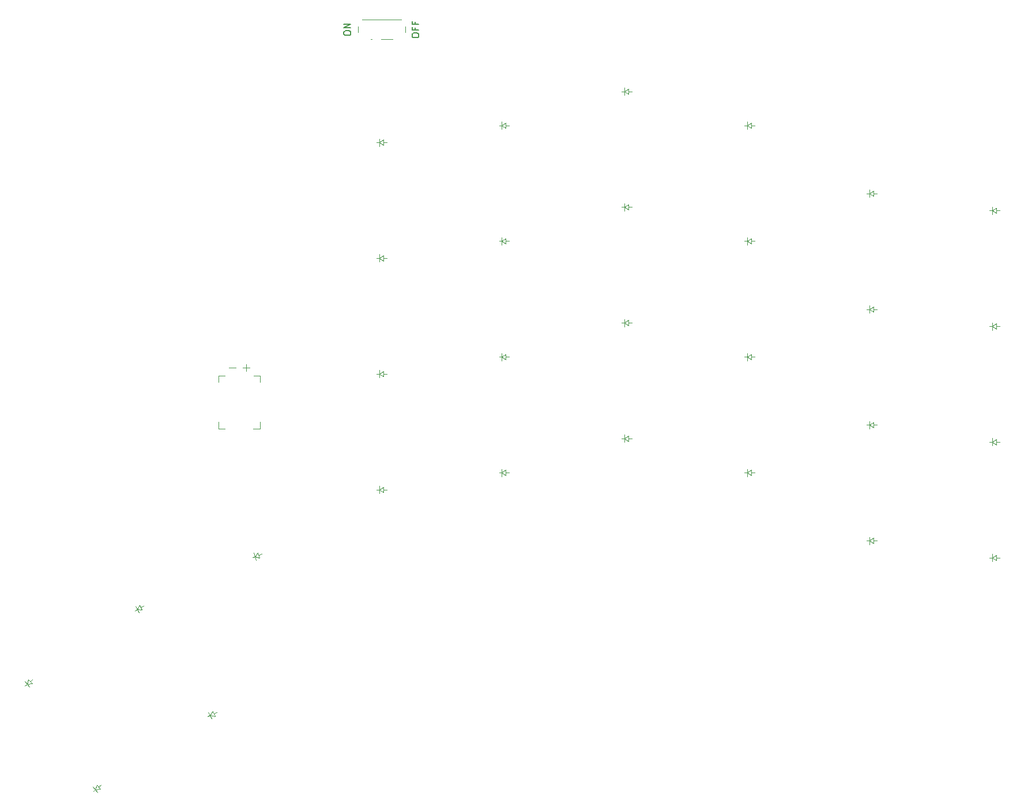
<source format=gbr>
%TF.GenerationSoftware,KiCad,Pcbnew,8.0.6*%
%TF.CreationDate,2025-01-31T15:21:25+01:00*%
%TF.ProjectId,sleepy58,736c6565-7079-4353-982e-6b696361645f,v1.0.0*%
%TF.SameCoordinates,Original*%
%TF.FileFunction,Legend,Top*%
%TF.FilePolarity,Positive*%
%FSLAX46Y46*%
G04 Gerber Fmt 4.6, Leading zero omitted, Abs format (unit mm)*
G04 Created by KiCad (PCBNEW 8.0.6) date 2025-01-31 15:21:25*
%MOMM*%
%LPD*%
G01*
G04 APERTURE LIST*
%ADD10C,0.150000*%
%ADD11C,0.100000*%
%ADD12C,0.120000*%
G04 APERTURE END LIST*
D10*
X104454819Y-38362380D02*
X104454819Y-38171904D01*
X104454819Y-38171904D02*
X104502438Y-38076666D01*
X104502438Y-38076666D02*
X104597676Y-37981428D01*
X104597676Y-37981428D02*
X104788152Y-37933809D01*
X104788152Y-37933809D02*
X105121485Y-37933809D01*
X105121485Y-37933809D02*
X105311961Y-37981428D01*
X105311961Y-37981428D02*
X105407200Y-38076666D01*
X105407200Y-38076666D02*
X105454819Y-38171904D01*
X105454819Y-38171904D02*
X105454819Y-38362380D01*
X105454819Y-38362380D02*
X105407200Y-38457618D01*
X105407200Y-38457618D02*
X105311961Y-38552856D01*
X105311961Y-38552856D02*
X105121485Y-38600475D01*
X105121485Y-38600475D02*
X104788152Y-38600475D01*
X104788152Y-38600475D02*
X104597676Y-38552856D01*
X104597676Y-38552856D02*
X104502438Y-38457618D01*
X104502438Y-38457618D02*
X104454819Y-38362380D01*
X104931009Y-37171904D02*
X104931009Y-37505237D01*
X105454819Y-37505237D02*
X104454819Y-37505237D01*
X104454819Y-37505237D02*
X104454819Y-37029047D01*
X104931009Y-36314761D02*
X104931009Y-36648094D01*
X105454819Y-36648094D02*
X104454819Y-36648094D01*
X104454819Y-36648094D02*
X104454819Y-36171904D01*
X94454819Y-38029047D02*
X94454819Y-37838571D01*
X94454819Y-37838571D02*
X94502438Y-37743333D01*
X94502438Y-37743333D02*
X94597676Y-37648095D01*
X94597676Y-37648095D02*
X94788152Y-37600476D01*
X94788152Y-37600476D02*
X95121485Y-37600476D01*
X95121485Y-37600476D02*
X95311961Y-37648095D01*
X95311961Y-37648095D02*
X95407200Y-37743333D01*
X95407200Y-37743333D02*
X95454819Y-37838571D01*
X95454819Y-37838571D02*
X95454819Y-38029047D01*
X95454819Y-38029047D02*
X95407200Y-38124285D01*
X95407200Y-38124285D02*
X95311961Y-38219523D01*
X95311961Y-38219523D02*
X95121485Y-38267142D01*
X95121485Y-38267142D02*
X94788152Y-38267142D01*
X94788152Y-38267142D02*
X94597676Y-38219523D01*
X94597676Y-38219523D02*
X94502438Y-38124285D01*
X94502438Y-38124285D02*
X94454819Y-38029047D01*
X95454819Y-37171904D02*
X94454819Y-37171904D01*
X94454819Y-37171904D02*
X95454819Y-36600476D01*
X95454819Y-36600476D02*
X94454819Y-36600476D01*
D11*
%TO.C,D1*%
X99250000Y-105000000D02*
X99650000Y-105000000D01*
X99650000Y-105000000D02*
X99650000Y-104450000D01*
X99650000Y-105000000D02*
X99650000Y-105550000D01*
X99650000Y-105000000D02*
X100250000Y-104600000D01*
X100250000Y-104600000D02*
X100250000Y-105400000D01*
X100250000Y-105000000D02*
X100750000Y-105000000D01*
X100250000Y-105400000D02*
X99650000Y-105000000D01*
%TO.C,D21*%
X189250000Y-115000000D02*
X189650000Y-115000000D01*
X189650000Y-115000000D02*
X189650000Y-114450000D01*
X189650000Y-115000000D02*
X189650000Y-115550000D01*
X189650000Y-115000000D02*
X190250000Y-114600000D01*
X190250000Y-114600000D02*
X190250000Y-115400000D01*
X190250000Y-115000000D02*
X190750000Y-115000000D01*
X190250000Y-115400000D02*
X189650000Y-115000000D01*
%TO.C,D29*%
X57639367Y-149312291D02*
X57945784Y-149055176D01*
X57945784Y-149055176D02*
X57592251Y-148633851D01*
X57945784Y-149055176D02*
X58148296Y-148363085D01*
X57945784Y-149055176D02*
X58299318Y-149476500D01*
X58148296Y-148363085D02*
X58662526Y-148975921D01*
X58405411Y-148669503D02*
X58788433Y-148348109D01*
X58662526Y-148975921D02*
X57945784Y-149055176D01*
%TO.C,D2*%
X99250000Y-88000000D02*
X99650000Y-88000000D01*
X99650000Y-88000000D02*
X99650000Y-87450000D01*
X99650000Y-88000000D02*
X99650000Y-88550000D01*
X99650000Y-88000000D02*
X100250000Y-87600000D01*
X100250000Y-87600000D02*
X100250000Y-88400000D01*
X100250000Y-88000000D02*
X100750000Y-88000000D01*
X100250000Y-88400000D02*
X99650000Y-88000000D01*
%TO.C,D14*%
X153250000Y-85500000D02*
X153650000Y-85500000D01*
X153650000Y-85500000D02*
X153650000Y-84950000D01*
X153650000Y-85500000D02*
X153650000Y-86050000D01*
X153650000Y-85500000D02*
X154250000Y-85100000D01*
X154250000Y-85100000D02*
X154250000Y-85900000D01*
X154250000Y-85500000D02*
X154750000Y-85500000D01*
X154250000Y-85900000D02*
X153650000Y-85500000D01*
%TO.C,D6*%
X117250000Y-85500000D02*
X117650000Y-85500000D01*
X117650000Y-85500000D02*
X117650000Y-84950000D01*
X117650000Y-85500000D02*
X117650000Y-86050000D01*
X117650000Y-85500000D02*
X118250000Y-85100000D01*
X118250000Y-85100000D02*
X118250000Y-85900000D01*
X118250000Y-85500000D02*
X118750000Y-85500000D01*
X118250000Y-85900000D02*
X117650000Y-85500000D01*
%TO.C,D9*%
X135250000Y-97500000D02*
X135650000Y-97500000D01*
X135650000Y-97500000D02*
X135650000Y-96950000D01*
X135650000Y-97500000D02*
X135650000Y-98050000D01*
X135650000Y-97500000D02*
X136250000Y-97100000D01*
X136250000Y-97100000D02*
X136250000Y-97900000D01*
X136250000Y-97500000D02*
X136750000Y-97500000D01*
X136250000Y-97900000D02*
X135650000Y-97500000D01*
%TO.C,D8*%
X117250000Y-51500000D02*
X117650000Y-51500000D01*
X117650000Y-51500000D02*
X117650000Y-50950000D01*
X117650000Y-51500000D02*
X117650000Y-52050000D01*
X117650000Y-51500000D02*
X118250000Y-51100000D01*
X118250000Y-51100000D02*
X118250000Y-51900000D01*
X118250000Y-51500000D02*
X118750000Y-51500000D01*
X118250000Y-51900000D02*
X117650000Y-51500000D01*
%TO.C,D25*%
X81005331Y-114955015D02*
X81381208Y-114818207D01*
X81381208Y-114818207D02*
X81193097Y-114301376D01*
X81381208Y-114818207D02*
X81569319Y-115335038D01*
X81381208Y-114818207D02*
X81808215Y-114237118D01*
X81808215Y-114237118D02*
X82081831Y-114988872D01*
X81945023Y-114612995D02*
X82414869Y-114441985D01*
X82081831Y-114988872D02*
X81381208Y-114818207D01*
%TO.C,D26*%
X63750481Y-122805100D02*
X64096891Y-122605100D01*
X64096891Y-122605100D02*
X63821891Y-122128786D01*
X64096891Y-122605100D02*
X64371891Y-123081414D01*
X64096891Y-122605100D02*
X64416506Y-121958690D01*
X64416506Y-121958690D02*
X64816506Y-122651510D01*
X64616506Y-122305100D02*
X65049519Y-122055100D01*
X64816506Y-122651510D02*
X64096891Y-122605100D01*
%TO.C,D5*%
X117250000Y-102500000D02*
X117650000Y-102500000D01*
X117650000Y-102500000D02*
X117650000Y-101950000D01*
X117650000Y-102500000D02*
X117650000Y-103050000D01*
X117650000Y-102500000D02*
X118250000Y-102100000D01*
X118250000Y-102100000D02*
X118250000Y-102900000D01*
X118250000Y-102500000D02*
X118750000Y-102500000D01*
X118250000Y-102900000D02*
X117650000Y-102500000D01*
%TO.C,D12*%
X135250000Y-46500000D02*
X135650000Y-46500000D01*
X135650000Y-46500000D02*
X135650000Y-45950000D01*
X135650000Y-46500000D02*
X135650000Y-47050000D01*
X135650000Y-46500000D02*
X136250000Y-46100000D01*
X136250000Y-46100000D02*
X136250000Y-46900000D01*
X136250000Y-46500000D02*
X136750000Y-46500000D01*
X136250000Y-46900000D02*
X135650000Y-46500000D01*
%TO.C,D23*%
X189250000Y-81000000D02*
X189650000Y-81000000D01*
X189650000Y-81000000D02*
X189650000Y-80450000D01*
X189650000Y-81000000D02*
X189650000Y-81550000D01*
X189650000Y-81000000D02*
X190250000Y-80600000D01*
X190250000Y-80600000D02*
X190250000Y-81400000D01*
X190250000Y-81000000D02*
X190750000Y-81000000D01*
X190250000Y-81400000D02*
X189650000Y-81000000D01*
%TO.C,D4*%
X99250000Y-54000000D02*
X99650000Y-54000000D01*
X99650000Y-54000000D02*
X99650000Y-53450000D01*
X99650000Y-54000000D02*
X99650000Y-54550000D01*
X99650000Y-54000000D02*
X100250000Y-53600000D01*
X100250000Y-53600000D02*
X100250000Y-54400000D01*
X100250000Y-54000000D02*
X100750000Y-54000000D01*
X100250000Y-54400000D02*
X99650000Y-54000000D01*
%TO.C,D27*%
X47639367Y-133812291D02*
X47945784Y-133555176D01*
X47945784Y-133555176D02*
X47592251Y-133133851D01*
X47945784Y-133555176D02*
X48148296Y-132863085D01*
X47945784Y-133555176D02*
X48299318Y-133976500D01*
X48148296Y-132863085D02*
X48662526Y-133475921D01*
X48405411Y-133169503D02*
X48788433Y-132848109D01*
X48662526Y-133475921D02*
X47945784Y-133555176D01*
%TO.C,D15*%
X153250000Y-68500000D02*
X153650000Y-68500000D01*
X153650000Y-68500000D02*
X153650000Y-67950000D01*
X153650000Y-68500000D02*
X153650000Y-69050000D01*
X153650000Y-68500000D02*
X154250000Y-68100000D01*
X154250000Y-68100000D02*
X154250000Y-68900000D01*
X154250000Y-68500000D02*
X154750000Y-68500000D01*
X154250000Y-68900000D02*
X153650000Y-68500000D01*
%TO.C,D17*%
X171250000Y-112500000D02*
X171650000Y-112500000D01*
X171650000Y-112500000D02*
X171650000Y-111950000D01*
X171650000Y-112500000D02*
X171650000Y-113050000D01*
X171650000Y-112500000D02*
X172250000Y-112100000D01*
X172250000Y-112100000D02*
X172250000Y-112900000D01*
X172250000Y-112500000D02*
X172750000Y-112500000D01*
X172250000Y-112900000D02*
X171650000Y-112500000D01*
D12*
%TO.C,JST1*%
X76040000Y-88240000D02*
X76040000Y-89240000D01*
X76040000Y-96060000D02*
X76040000Y-95060000D01*
X76960000Y-88240000D02*
X76040000Y-88240000D01*
X76960000Y-96060000D02*
X76040000Y-96060000D01*
D11*
X78600000Y-87100000D02*
X77600000Y-87100000D01*
X79600000Y-87100000D02*
X80600000Y-87100000D01*
X80100000Y-87600000D02*
X80100000Y-86600000D01*
D12*
X81160000Y-96060000D02*
X82160000Y-96060000D01*
X81240000Y-88240000D02*
X82160000Y-88240000D01*
X82160000Y-88240000D02*
X82160000Y-89240000D01*
X82160000Y-96060000D02*
X82160000Y-95060000D01*
D11*
%TO.C,D22*%
X189250000Y-98000000D02*
X189650000Y-98000000D01*
X189650000Y-98000000D02*
X189650000Y-97450000D01*
X189650000Y-98000000D02*
X189650000Y-98550000D01*
X189650000Y-98000000D02*
X190250000Y-97600000D01*
X190250000Y-97600000D02*
X190250000Y-98400000D01*
X190250000Y-98000000D02*
X190750000Y-98000000D01*
X190250000Y-98400000D02*
X189650000Y-98000000D01*
%TO.C,D7*%
X117250000Y-68500000D02*
X117650000Y-68500000D01*
X117650000Y-68500000D02*
X117650000Y-67950000D01*
X117650000Y-68500000D02*
X117650000Y-69050000D01*
X117650000Y-68500000D02*
X118250000Y-68100000D01*
X118250000Y-68100000D02*
X118250000Y-68900000D01*
X118250000Y-68500000D02*
X118750000Y-68500000D01*
X118250000Y-68900000D02*
X117650000Y-68500000D01*
%TO.C,D20*%
X171250000Y-61500000D02*
X171650000Y-61500000D01*
X171650000Y-61500000D02*
X171650000Y-60950000D01*
X171650000Y-61500000D02*
X171650000Y-62050000D01*
X171650000Y-61500000D02*
X172250000Y-61100000D01*
X172250000Y-61100000D02*
X172250000Y-61900000D01*
X172250000Y-61500000D02*
X172750000Y-61500000D01*
X172250000Y-61900000D02*
X171650000Y-61500000D01*
%TO.C,D10*%
X135250000Y-80500000D02*
X135650000Y-80500000D01*
X135650000Y-80500000D02*
X135650000Y-79950000D01*
X135650000Y-80500000D02*
X135650000Y-81050000D01*
X135650000Y-80500000D02*
X136250000Y-80100000D01*
X136250000Y-80100000D02*
X136250000Y-80900000D01*
X136250000Y-80500000D02*
X136750000Y-80500000D01*
X136250000Y-80900000D02*
X135650000Y-80500000D01*
%TO.C,D3*%
X99250000Y-71000000D02*
X99650000Y-71000000D01*
X99650000Y-71000000D02*
X99650000Y-70450000D01*
X99650000Y-71000000D02*
X99650000Y-71550000D01*
X99650000Y-71000000D02*
X100250000Y-70600000D01*
X100250000Y-70600000D02*
X100250000Y-71400000D01*
X100250000Y-71000000D02*
X100750000Y-71000000D01*
X100250000Y-71400000D02*
X99650000Y-71000000D01*
%TO.C,D11*%
X135250000Y-63500000D02*
X135650000Y-63500000D01*
X135650000Y-63500000D02*
X135650000Y-62950000D01*
X135650000Y-63500000D02*
X135650000Y-64050000D01*
X135650000Y-63500000D02*
X136250000Y-63100000D01*
X136250000Y-63100000D02*
X136250000Y-63900000D01*
X136250000Y-63500000D02*
X136750000Y-63500000D01*
X136250000Y-63900000D02*
X135650000Y-63500000D01*
%TO.C,D16*%
X153250000Y-51500000D02*
X153650000Y-51500000D01*
X153650000Y-51500000D02*
X153650000Y-50950000D01*
X153650000Y-51500000D02*
X153650000Y-52050000D01*
X153650000Y-51500000D02*
X154250000Y-51100000D01*
X154250000Y-51100000D02*
X154250000Y-51900000D01*
X154250000Y-51500000D02*
X154750000Y-51500000D01*
X154250000Y-51900000D02*
X153650000Y-51500000D01*
%TO.C,D28*%
X74433369Y-138348464D02*
X74795892Y-138179416D01*
X74795892Y-138179416D02*
X74563452Y-137680947D01*
X74795892Y-138179416D02*
X75028332Y-138677886D01*
X74795892Y-138179416D02*
X75170630Y-137563322D01*
X75170630Y-137563322D02*
X75508724Y-138288369D01*
X75339677Y-137925845D02*
X75792831Y-137714536D01*
X75508724Y-138288369D02*
X74795892Y-138179416D01*
D12*
%TO.C,PWR1*%
X96550000Y-36995000D02*
X96550000Y-37785000D01*
X98600000Y-38835000D02*
X98400000Y-38835000D01*
X101600000Y-38835000D02*
X99900000Y-38835000D01*
X102850000Y-35985000D02*
X97150000Y-35985000D01*
X103450000Y-37785000D02*
X103450000Y-36995000D01*
D11*
%TO.C,D13*%
X153250000Y-102500000D02*
X153650000Y-102500000D01*
X153650000Y-102500000D02*
X153650000Y-101950000D01*
X153650000Y-102500000D02*
X153650000Y-103050000D01*
X153650000Y-102500000D02*
X154250000Y-102100000D01*
X154250000Y-102100000D02*
X154250000Y-102900000D01*
X154250000Y-102500000D02*
X154750000Y-102500000D01*
X154250000Y-102900000D02*
X153650000Y-102500000D01*
%TO.C,D19*%
X171250000Y-78500000D02*
X171650000Y-78500000D01*
X171650000Y-78500000D02*
X171650000Y-77950000D01*
X171650000Y-78500000D02*
X171650000Y-79050000D01*
X171650000Y-78500000D02*
X172250000Y-78100000D01*
X172250000Y-78100000D02*
X172250000Y-78900000D01*
X172250000Y-78500000D02*
X172750000Y-78500000D01*
X172250000Y-78900000D02*
X171650000Y-78500000D01*
%TO.C,D18*%
X171250000Y-95500000D02*
X171650000Y-95500000D01*
X171650000Y-95500000D02*
X171650000Y-94950000D01*
X171650000Y-95500000D02*
X171650000Y-96050000D01*
X171650000Y-95500000D02*
X172250000Y-95100000D01*
X172250000Y-95100000D02*
X172250000Y-95900000D01*
X172250000Y-95500000D02*
X172750000Y-95500000D01*
X172250000Y-95900000D02*
X171650000Y-95500000D01*
%TO.C,D24*%
X189250000Y-64000000D02*
X189650000Y-64000000D01*
X189650000Y-64000000D02*
X189650000Y-63450000D01*
X189650000Y-64000000D02*
X189650000Y-64550000D01*
X189650000Y-64000000D02*
X190250000Y-63600000D01*
X190250000Y-63600000D02*
X190250000Y-64400000D01*
X190250000Y-64000000D02*
X190750000Y-64000000D01*
X190250000Y-64400000D02*
X189650000Y-64000000D01*
%TD*%
M02*

</source>
